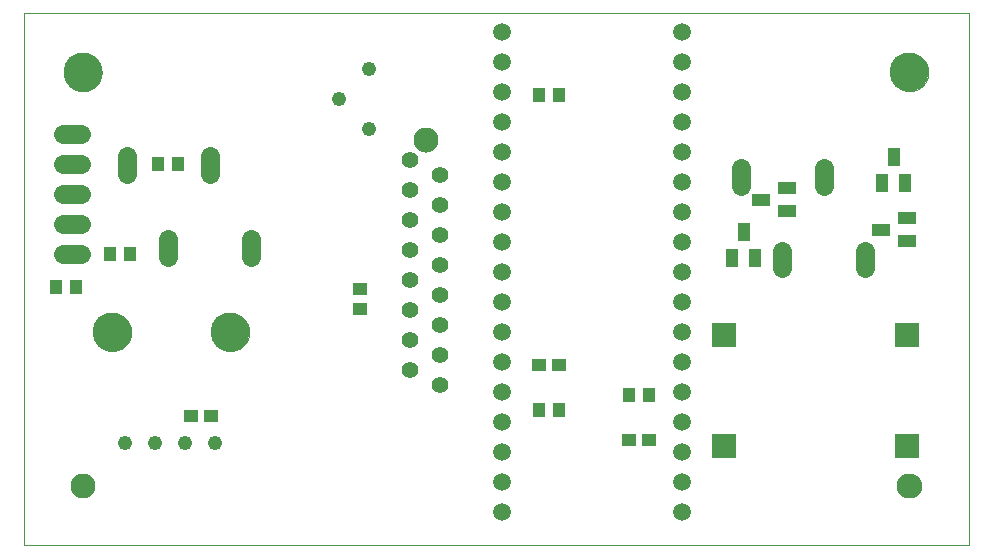
<source format=gbs>
G75*
%MOIN*%
%OFA0B0*%
%FSLAX25Y25*%
%IPPOS*%
%LPD*%
%AMOC8*
5,1,8,0,0,1.08239X$1,22.5*
%
%ADD10C,0.00000*%
%ADD11C,0.12998*%
%ADD12C,0.08274*%
%ADD13C,0.05943*%
%ADD14C,0.04762*%
%ADD15R,0.04337X0.04731*%
%ADD16R,0.04731X0.04337*%
%ADD17R,0.05912X0.04337*%
%ADD18R,0.04337X0.05912*%
%ADD19C,0.05600*%
%ADD20C,0.04800*%
%ADD21C,0.06337*%
%ADD22R,0.08274X0.08274*%
%ADD23C,0.06400*%
D10*
X0010673Y0006013D02*
X0010673Y0183178D01*
X0325634Y0183178D01*
X0325634Y0006013D01*
X0010673Y0006013D01*
X0026421Y0025698D02*
X0026423Y0025823D01*
X0026429Y0025948D01*
X0026439Y0026072D01*
X0026453Y0026196D01*
X0026470Y0026320D01*
X0026492Y0026443D01*
X0026518Y0026565D01*
X0026547Y0026687D01*
X0026580Y0026807D01*
X0026618Y0026926D01*
X0026658Y0027045D01*
X0026703Y0027161D01*
X0026751Y0027276D01*
X0026803Y0027390D01*
X0026859Y0027502D01*
X0026918Y0027612D01*
X0026980Y0027720D01*
X0027046Y0027827D01*
X0027115Y0027931D01*
X0027188Y0028032D01*
X0027263Y0028132D01*
X0027342Y0028229D01*
X0027424Y0028323D01*
X0027509Y0028415D01*
X0027596Y0028504D01*
X0027687Y0028590D01*
X0027780Y0028673D01*
X0027876Y0028754D01*
X0027974Y0028831D01*
X0028074Y0028905D01*
X0028177Y0028976D01*
X0028282Y0029043D01*
X0028390Y0029108D01*
X0028499Y0029168D01*
X0028610Y0029226D01*
X0028723Y0029279D01*
X0028837Y0029329D01*
X0028953Y0029376D01*
X0029070Y0029418D01*
X0029189Y0029457D01*
X0029309Y0029493D01*
X0029430Y0029524D01*
X0029552Y0029552D01*
X0029674Y0029575D01*
X0029798Y0029595D01*
X0029922Y0029611D01*
X0030046Y0029623D01*
X0030171Y0029631D01*
X0030296Y0029635D01*
X0030420Y0029635D01*
X0030545Y0029631D01*
X0030670Y0029623D01*
X0030794Y0029611D01*
X0030918Y0029595D01*
X0031042Y0029575D01*
X0031164Y0029552D01*
X0031286Y0029524D01*
X0031407Y0029493D01*
X0031527Y0029457D01*
X0031646Y0029418D01*
X0031763Y0029376D01*
X0031879Y0029329D01*
X0031993Y0029279D01*
X0032106Y0029226D01*
X0032217Y0029168D01*
X0032327Y0029108D01*
X0032434Y0029043D01*
X0032539Y0028976D01*
X0032642Y0028905D01*
X0032742Y0028831D01*
X0032840Y0028754D01*
X0032936Y0028673D01*
X0033029Y0028590D01*
X0033120Y0028504D01*
X0033207Y0028415D01*
X0033292Y0028323D01*
X0033374Y0028229D01*
X0033453Y0028132D01*
X0033528Y0028032D01*
X0033601Y0027931D01*
X0033670Y0027827D01*
X0033736Y0027720D01*
X0033798Y0027612D01*
X0033857Y0027502D01*
X0033913Y0027390D01*
X0033965Y0027276D01*
X0034013Y0027161D01*
X0034058Y0027045D01*
X0034098Y0026926D01*
X0034136Y0026807D01*
X0034169Y0026687D01*
X0034198Y0026565D01*
X0034224Y0026443D01*
X0034246Y0026320D01*
X0034263Y0026196D01*
X0034277Y0026072D01*
X0034287Y0025948D01*
X0034293Y0025823D01*
X0034295Y0025698D01*
X0034293Y0025573D01*
X0034287Y0025448D01*
X0034277Y0025324D01*
X0034263Y0025200D01*
X0034246Y0025076D01*
X0034224Y0024953D01*
X0034198Y0024831D01*
X0034169Y0024709D01*
X0034136Y0024589D01*
X0034098Y0024470D01*
X0034058Y0024351D01*
X0034013Y0024235D01*
X0033965Y0024120D01*
X0033913Y0024006D01*
X0033857Y0023894D01*
X0033798Y0023784D01*
X0033736Y0023676D01*
X0033670Y0023569D01*
X0033601Y0023465D01*
X0033528Y0023364D01*
X0033453Y0023264D01*
X0033374Y0023167D01*
X0033292Y0023073D01*
X0033207Y0022981D01*
X0033120Y0022892D01*
X0033029Y0022806D01*
X0032936Y0022723D01*
X0032840Y0022642D01*
X0032742Y0022565D01*
X0032642Y0022491D01*
X0032539Y0022420D01*
X0032434Y0022353D01*
X0032326Y0022288D01*
X0032217Y0022228D01*
X0032106Y0022170D01*
X0031993Y0022117D01*
X0031879Y0022067D01*
X0031763Y0022020D01*
X0031646Y0021978D01*
X0031527Y0021939D01*
X0031407Y0021903D01*
X0031286Y0021872D01*
X0031164Y0021844D01*
X0031042Y0021821D01*
X0030918Y0021801D01*
X0030794Y0021785D01*
X0030670Y0021773D01*
X0030545Y0021765D01*
X0030420Y0021761D01*
X0030296Y0021761D01*
X0030171Y0021765D01*
X0030046Y0021773D01*
X0029922Y0021785D01*
X0029798Y0021801D01*
X0029674Y0021821D01*
X0029552Y0021844D01*
X0029430Y0021872D01*
X0029309Y0021903D01*
X0029189Y0021939D01*
X0029070Y0021978D01*
X0028953Y0022020D01*
X0028837Y0022067D01*
X0028723Y0022117D01*
X0028610Y0022170D01*
X0028499Y0022228D01*
X0028389Y0022288D01*
X0028282Y0022353D01*
X0028177Y0022420D01*
X0028074Y0022491D01*
X0027974Y0022565D01*
X0027876Y0022642D01*
X0027780Y0022723D01*
X0027687Y0022806D01*
X0027596Y0022892D01*
X0027509Y0022981D01*
X0027424Y0023073D01*
X0027342Y0023167D01*
X0027263Y0023264D01*
X0027188Y0023364D01*
X0027115Y0023465D01*
X0027046Y0023569D01*
X0026980Y0023676D01*
X0026918Y0023784D01*
X0026859Y0023894D01*
X0026803Y0024006D01*
X0026751Y0024120D01*
X0026703Y0024235D01*
X0026658Y0024351D01*
X0026618Y0024470D01*
X0026580Y0024589D01*
X0026547Y0024709D01*
X0026518Y0024831D01*
X0026492Y0024953D01*
X0026470Y0025076D01*
X0026453Y0025200D01*
X0026439Y0025324D01*
X0026429Y0025448D01*
X0026423Y0025573D01*
X0026421Y0025698D01*
X0033902Y0076879D02*
X0033904Y0077037D01*
X0033910Y0077195D01*
X0033920Y0077353D01*
X0033934Y0077511D01*
X0033952Y0077668D01*
X0033973Y0077825D01*
X0033999Y0077981D01*
X0034029Y0078137D01*
X0034062Y0078292D01*
X0034100Y0078445D01*
X0034141Y0078598D01*
X0034186Y0078750D01*
X0034235Y0078901D01*
X0034288Y0079050D01*
X0034344Y0079198D01*
X0034404Y0079344D01*
X0034468Y0079489D01*
X0034536Y0079632D01*
X0034607Y0079774D01*
X0034681Y0079914D01*
X0034759Y0080051D01*
X0034841Y0080187D01*
X0034925Y0080321D01*
X0035014Y0080452D01*
X0035105Y0080581D01*
X0035200Y0080708D01*
X0035297Y0080833D01*
X0035398Y0080955D01*
X0035502Y0081074D01*
X0035609Y0081191D01*
X0035719Y0081305D01*
X0035832Y0081416D01*
X0035947Y0081525D01*
X0036065Y0081630D01*
X0036186Y0081732D01*
X0036309Y0081832D01*
X0036435Y0081928D01*
X0036563Y0082021D01*
X0036693Y0082111D01*
X0036826Y0082197D01*
X0036961Y0082281D01*
X0037097Y0082360D01*
X0037236Y0082437D01*
X0037377Y0082509D01*
X0037519Y0082579D01*
X0037663Y0082644D01*
X0037809Y0082706D01*
X0037956Y0082764D01*
X0038105Y0082819D01*
X0038255Y0082870D01*
X0038406Y0082917D01*
X0038558Y0082960D01*
X0038711Y0082999D01*
X0038866Y0083035D01*
X0039021Y0083066D01*
X0039177Y0083094D01*
X0039333Y0083118D01*
X0039490Y0083138D01*
X0039648Y0083154D01*
X0039805Y0083166D01*
X0039964Y0083174D01*
X0040122Y0083178D01*
X0040280Y0083178D01*
X0040438Y0083174D01*
X0040597Y0083166D01*
X0040754Y0083154D01*
X0040912Y0083138D01*
X0041069Y0083118D01*
X0041225Y0083094D01*
X0041381Y0083066D01*
X0041536Y0083035D01*
X0041691Y0082999D01*
X0041844Y0082960D01*
X0041996Y0082917D01*
X0042147Y0082870D01*
X0042297Y0082819D01*
X0042446Y0082764D01*
X0042593Y0082706D01*
X0042739Y0082644D01*
X0042883Y0082579D01*
X0043025Y0082509D01*
X0043166Y0082437D01*
X0043305Y0082360D01*
X0043441Y0082281D01*
X0043576Y0082197D01*
X0043709Y0082111D01*
X0043839Y0082021D01*
X0043967Y0081928D01*
X0044093Y0081832D01*
X0044216Y0081732D01*
X0044337Y0081630D01*
X0044455Y0081525D01*
X0044570Y0081416D01*
X0044683Y0081305D01*
X0044793Y0081191D01*
X0044900Y0081074D01*
X0045004Y0080955D01*
X0045105Y0080833D01*
X0045202Y0080708D01*
X0045297Y0080581D01*
X0045388Y0080452D01*
X0045477Y0080321D01*
X0045561Y0080187D01*
X0045643Y0080051D01*
X0045721Y0079914D01*
X0045795Y0079774D01*
X0045866Y0079632D01*
X0045934Y0079489D01*
X0045998Y0079344D01*
X0046058Y0079198D01*
X0046114Y0079050D01*
X0046167Y0078901D01*
X0046216Y0078750D01*
X0046261Y0078598D01*
X0046302Y0078445D01*
X0046340Y0078292D01*
X0046373Y0078137D01*
X0046403Y0077981D01*
X0046429Y0077825D01*
X0046450Y0077668D01*
X0046468Y0077511D01*
X0046482Y0077353D01*
X0046492Y0077195D01*
X0046498Y0077037D01*
X0046500Y0076879D01*
X0046498Y0076721D01*
X0046492Y0076563D01*
X0046482Y0076405D01*
X0046468Y0076247D01*
X0046450Y0076090D01*
X0046429Y0075933D01*
X0046403Y0075777D01*
X0046373Y0075621D01*
X0046340Y0075466D01*
X0046302Y0075313D01*
X0046261Y0075160D01*
X0046216Y0075008D01*
X0046167Y0074857D01*
X0046114Y0074708D01*
X0046058Y0074560D01*
X0045998Y0074414D01*
X0045934Y0074269D01*
X0045866Y0074126D01*
X0045795Y0073984D01*
X0045721Y0073844D01*
X0045643Y0073707D01*
X0045561Y0073571D01*
X0045477Y0073437D01*
X0045388Y0073306D01*
X0045297Y0073177D01*
X0045202Y0073050D01*
X0045105Y0072925D01*
X0045004Y0072803D01*
X0044900Y0072684D01*
X0044793Y0072567D01*
X0044683Y0072453D01*
X0044570Y0072342D01*
X0044455Y0072233D01*
X0044337Y0072128D01*
X0044216Y0072026D01*
X0044093Y0071926D01*
X0043967Y0071830D01*
X0043839Y0071737D01*
X0043709Y0071647D01*
X0043576Y0071561D01*
X0043441Y0071477D01*
X0043305Y0071398D01*
X0043166Y0071321D01*
X0043025Y0071249D01*
X0042883Y0071179D01*
X0042739Y0071114D01*
X0042593Y0071052D01*
X0042446Y0070994D01*
X0042297Y0070939D01*
X0042147Y0070888D01*
X0041996Y0070841D01*
X0041844Y0070798D01*
X0041691Y0070759D01*
X0041536Y0070723D01*
X0041381Y0070692D01*
X0041225Y0070664D01*
X0041069Y0070640D01*
X0040912Y0070620D01*
X0040754Y0070604D01*
X0040597Y0070592D01*
X0040438Y0070584D01*
X0040280Y0070580D01*
X0040122Y0070580D01*
X0039964Y0070584D01*
X0039805Y0070592D01*
X0039648Y0070604D01*
X0039490Y0070620D01*
X0039333Y0070640D01*
X0039177Y0070664D01*
X0039021Y0070692D01*
X0038866Y0070723D01*
X0038711Y0070759D01*
X0038558Y0070798D01*
X0038406Y0070841D01*
X0038255Y0070888D01*
X0038105Y0070939D01*
X0037956Y0070994D01*
X0037809Y0071052D01*
X0037663Y0071114D01*
X0037519Y0071179D01*
X0037377Y0071249D01*
X0037236Y0071321D01*
X0037097Y0071398D01*
X0036961Y0071477D01*
X0036826Y0071561D01*
X0036693Y0071647D01*
X0036563Y0071737D01*
X0036435Y0071830D01*
X0036309Y0071926D01*
X0036186Y0072026D01*
X0036065Y0072128D01*
X0035947Y0072233D01*
X0035832Y0072342D01*
X0035719Y0072453D01*
X0035609Y0072567D01*
X0035502Y0072684D01*
X0035398Y0072803D01*
X0035297Y0072925D01*
X0035200Y0073050D01*
X0035105Y0073177D01*
X0035014Y0073306D01*
X0034925Y0073437D01*
X0034841Y0073571D01*
X0034759Y0073707D01*
X0034681Y0073844D01*
X0034607Y0073984D01*
X0034536Y0074126D01*
X0034468Y0074269D01*
X0034404Y0074414D01*
X0034344Y0074560D01*
X0034288Y0074708D01*
X0034235Y0074857D01*
X0034186Y0075008D01*
X0034141Y0075160D01*
X0034100Y0075313D01*
X0034062Y0075466D01*
X0034029Y0075621D01*
X0033999Y0075777D01*
X0033973Y0075933D01*
X0033952Y0076090D01*
X0033934Y0076247D01*
X0033920Y0076405D01*
X0033910Y0076563D01*
X0033904Y0076721D01*
X0033902Y0076879D01*
X0073272Y0076879D02*
X0073274Y0077037D01*
X0073280Y0077195D01*
X0073290Y0077353D01*
X0073304Y0077511D01*
X0073322Y0077668D01*
X0073343Y0077825D01*
X0073369Y0077981D01*
X0073399Y0078137D01*
X0073432Y0078292D01*
X0073470Y0078445D01*
X0073511Y0078598D01*
X0073556Y0078750D01*
X0073605Y0078901D01*
X0073658Y0079050D01*
X0073714Y0079198D01*
X0073774Y0079344D01*
X0073838Y0079489D01*
X0073906Y0079632D01*
X0073977Y0079774D01*
X0074051Y0079914D01*
X0074129Y0080051D01*
X0074211Y0080187D01*
X0074295Y0080321D01*
X0074384Y0080452D01*
X0074475Y0080581D01*
X0074570Y0080708D01*
X0074667Y0080833D01*
X0074768Y0080955D01*
X0074872Y0081074D01*
X0074979Y0081191D01*
X0075089Y0081305D01*
X0075202Y0081416D01*
X0075317Y0081525D01*
X0075435Y0081630D01*
X0075556Y0081732D01*
X0075679Y0081832D01*
X0075805Y0081928D01*
X0075933Y0082021D01*
X0076063Y0082111D01*
X0076196Y0082197D01*
X0076331Y0082281D01*
X0076467Y0082360D01*
X0076606Y0082437D01*
X0076747Y0082509D01*
X0076889Y0082579D01*
X0077033Y0082644D01*
X0077179Y0082706D01*
X0077326Y0082764D01*
X0077475Y0082819D01*
X0077625Y0082870D01*
X0077776Y0082917D01*
X0077928Y0082960D01*
X0078081Y0082999D01*
X0078236Y0083035D01*
X0078391Y0083066D01*
X0078547Y0083094D01*
X0078703Y0083118D01*
X0078860Y0083138D01*
X0079018Y0083154D01*
X0079175Y0083166D01*
X0079334Y0083174D01*
X0079492Y0083178D01*
X0079650Y0083178D01*
X0079808Y0083174D01*
X0079967Y0083166D01*
X0080124Y0083154D01*
X0080282Y0083138D01*
X0080439Y0083118D01*
X0080595Y0083094D01*
X0080751Y0083066D01*
X0080906Y0083035D01*
X0081061Y0082999D01*
X0081214Y0082960D01*
X0081366Y0082917D01*
X0081517Y0082870D01*
X0081667Y0082819D01*
X0081816Y0082764D01*
X0081963Y0082706D01*
X0082109Y0082644D01*
X0082253Y0082579D01*
X0082395Y0082509D01*
X0082536Y0082437D01*
X0082675Y0082360D01*
X0082811Y0082281D01*
X0082946Y0082197D01*
X0083079Y0082111D01*
X0083209Y0082021D01*
X0083337Y0081928D01*
X0083463Y0081832D01*
X0083586Y0081732D01*
X0083707Y0081630D01*
X0083825Y0081525D01*
X0083940Y0081416D01*
X0084053Y0081305D01*
X0084163Y0081191D01*
X0084270Y0081074D01*
X0084374Y0080955D01*
X0084475Y0080833D01*
X0084572Y0080708D01*
X0084667Y0080581D01*
X0084758Y0080452D01*
X0084847Y0080321D01*
X0084931Y0080187D01*
X0085013Y0080051D01*
X0085091Y0079914D01*
X0085165Y0079774D01*
X0085236Y0079632D01*
X0085304Y0079489D01*
X0085368Y0079344D01*
X0085428Y0079198D01*
X0085484Y0079050D01*
X0085537Y0078901D01*
X0085586Y0078750D01*
X0085631Y0078598D01*
X0085672Y0078445D01*
X0085710Y0078292D01*
X0085743Y0078137D01*
X0085773Y0077981D01*
X0085799Y0077825D01*
X0085820Y0077668D01*
X0085838Y0077511D01*
X0085852Y0077353D01*
X0085862Y0077195D01*
X0085868Y0077037D01*
X0085870Y0076879D01*
X0085868Y0076721D01*
X0085862Y0076563D01*
X0085852Y0076405D01*
X0085838Y0076247D01*
X0085820Y0076090D01*
X0085799Y0075933D01*
X0085773Y0075777D01*
X0085743Y0075621D01*
X0085710Y0075466D01*
X0085672Y0075313D01*
X0085631Y0075160D01*
X0085586Y0075008D01*
X0085537Y0074857D01*
X0085484Y0074708D01*
X0085428Y0074560D01*
X0085368Y0074414D01*
X0085304Y0074269D01*
X0085236Y0074126D01*
X0085165Y0073984D01*
X0085091Y0073844D01*
X0085013Y0073707D01*
X0084931Y0073571D01*
X0084847Y0073437D01*
X0084758Y0073306D01*
X0084667Y0073177D01*
X0084572Y0073050D01*
X0084475Y0072925D01*
X0084374Y0072803D01*
X0084270Y0072684D01*
X0084163Y0072567D01*
X0084053Y0072453D01*
X0083940Y0072342D01*
X0083825Y0072233D01*
X0083707Y0072128D01*
X0083586Y0072026D01*
X0083463Y0071926D01*
X0083337Y0071830D01*
X0083209Y0071737D01*
X0083079Y0071647D01*
X0082946Y0071561D01*
X0082811Y0071477D01*
X0082675Y0071398D01*
X0082536Y0071321D01*
X0082395Y0071249D01*
X0082253Y0071179D01*
X0082109Y0071114D01*
X0081963Y0071052D01*
X0081816Y0070994D01*
X0081667Y0070939D01*
X0081517Y0070888D01*
X0081366Y0070841D01*
X0081214Y0070798D01*
X0081061Y0070759D01*
X0080906Y0070723D01*
X0080751Y0070692D01*
X0080595Y0070664D01*
X0080439Y0070640D01*
X0080282Y0070620D01*
X0080124Y0070604D01*
X0079967Y0070592D01*
X0079808Y0070584D01*
X0079650Y0070580D01*
X0079492Y0070580D01*
X0079334Y0070584D01*
X0079175Y0070592D01*
X0079018Y0070604D01*
X0078860Y0070620D01*
X0078703Y0070640D01*
X0078547Y0070664D01*
X0078391Y0070692D01*
X0078236Y0070723D01*
X0078081Y0070759D01*
X0077928Y0070798D01*
X0077776Y0070841D01*
X0077625Y0070888D01*
X0077475Y0070939D01*
X0077326Y0070994D01*
X0077179Y0071052D01*
X0077033Y0071114D01*
X0076889Y0071179D01*
X0076747Y0071249D01*
X0076606Y0071321D01*
X0076467Y0071398D01*
X0076331Y0071477D01*
X0076196Y0071561D01*
X0076063Y0071647D01*
X0075933Y0071737D01*
X0075805Y0071830D01*
X0075679Y0071926D01*
X0075556Y0072026D01*
X0075435Y0072128D01*
X0075317Y0072233D01*
X0075202Y0072342D01*
X0075089Y0072453D01*
X0074979Y0072567D01*
X0074872Y0072684D01*
X0074768Y0072803D01*
X0074667Y0072925D01*
X0074570Y0073050D01*
X0074475Y0073177D01*
X0074384Y0073306D01*
X0074295Y0073437D01*
X0074211Y0073571D01*
X0074129Y0073707D01*
X0074051Y0073844D01*
X0073977Y0073984D01*
X0073906Y0074126D01*
X0073838Y0074269D01*
X0073774Y0074414D01*
X0073714Y0074560D01*
X0073658Y0074708D01*
X0073605Y0074857D01*
X0073556Y0075008D01*
X0073511Y0075160D01*
X0073470Y0075313D01*
X0073432Y0075466D01*
X0073399Y0075621D01*
X0073369Y0075777D01*
X0073343Y0075933D01*
X0073322Y0076090D01*
X0073304Y0076247D01*
X0073290Y0076405D01*
X0073280Y0076563D01*
X0073274Y0076721D01*
X0073272Y0076879D01*
X0140736Y0141013D02*
X0140738Y0141138D01*
X0140744Y0141263D01*
X0140754Y0141387D01*
X0140768Y0141511D01*
X0140785Y0141635D01*
X0140807Y0141758D01*
X0140833Y0141880D01*
X0140862Y0142002D01*
X0140895Y0142122D01*
X0140933Y0142241D01*
X0140973Y0142360D01*
X0141018Y0142476D01*
X0141066Y0142591D01*
X0141118Y0142705D01*
X0141174Y0142817D01*
X0141233Y0142927D01*
X0141295Y0143035D01*
X0141361Y0143142D01*
X0141430Y0143246D01*
X0141503Y0143347D01*
X0141578Y0143447D01*
X0141657Y0143544D01*
X0141739Y0143638D01*
X0141824Y0143730D01*
X0141911Y0143819D01*
X0142002Y0143905D01*
X0142095Y0143988D01*
X0142191Y0144069D01*
X0142289Y0144146D01*
X0142389Y0144220D01*
X0142492Y0144291D01*
X0142597Y0144358D01*
X0142705Y0144423D01*
X0142814Y0144483D01*
X0142925Y0144541D01*
X0143038Y0144594D01*
X0143152Y0144644D01*
X0143268Y0144691D01*
X0143385Y0144733D01*
X0143504Y0144772D01*
X0143624Y0144808D01*
X0143745Y0144839D01*
X0143867Y0144867D01*
X0143989Y0144890D01*
X0144113Y0144910D01*
X0144237Y0144926D01*
X0144361Y0144938D01*
X0144486Y0144946D01*
X0144611Y0144950D01*
X0144735Y0144950D01*
X0144860Y0144946D01*
X0144985Y0144938D01*
X0145109Y0144926D01*
X0145233Y0144910D01*
X0145357Y0144890D01*
X0145479Y0144867D01*
X0145601Y0144839D01*
X0145722Y0144808D01*
X0145842Y0144772D01*
X0145961Y0144733D01*
X0146078Y0144691D01*
X0146194Y0144644D01*
X0146308Y0144594D01*
X0146421Y0144541D01*
X0146532Y0144483D01*
X0146642Y0144423D01*
X0146749Y0144358D01*
X0146854Y0144291D01*
X0146957Y0144220D01*
X0147057Y0144146D01*
X0147155Y0144069D01*
X0147251Y0143988D01*
X0147344Y0143905D01*
X0147435Y0143819D01*
X0147522Y0143730D01*
X0147607Y0143638D01*
X0147689Y0143544D01*
X0147768Y0143447D01*
X0147843Y0143347D01*
X0147916Y0143246D01*
X0147985Y0143142D01*
X0148051Y0143035D01*
X0148113Y0142927D01*
X0148172Y0142817D01*
X0148228Y0142705D01*
X0148280Y0142591D01*
X0148328Y0142476D01*
X0148373Y0142360D01*
X0148413Y0142241D01*
X0148451Y0142122D01*
X0148484Y0142002D01*
X0148513Y0141880D01*
X0148539Y0141758D01*
X0148561Y0141635D01*
X0148578Y0141511D01*
X0148592Y0141387D01*
X0148602Y0141263D01*
X0148608Y0141138D01*
X0148610Y0141013D01*
X0148608Y0140888D01*
X0148602Y0140763D01*
X0148592Y0140639D01*
X0148578Y0140515D01*
X0148561Y0140391D01*
X0148539Y0140268D01*
X0148513Y0140146D01*
X0148484Y0140024D01*
X0148451Y0139904D01*
X0148413Y0139785D01*
X0148373Y0139666D01*
X0148328Y0139550D01*
X0148280Y0139435D01*
X0148228Y0139321D01*
X0148172Y0139209D01*
X0148113Y0139099D01*
X0148051Y0138991D01*
X0147985Y0138884D01*
X0147916Y0138780D01*
X0147843Y0138679D01*
X0147768Y0138579D01*
X0147689Y0138482D01*
X0147607Y0138388D01*
X0147522Y0138296D01*
X0147435Y0138207D01*
X0147344Y0138121D01*
X0147251Y0138038D01*
X0147155Y0137957D01*
X0147057Y0137880D01*
X0146957Y0137806D01*
X0146854Y0137735D01*
X0146749Y0137668D01*
X0146641Y0137603D01*
X0146532Y0137543D01*
X0146421Y0137485D01*
X0146308Y0137432D01*
X0146194Y0137382D01*
X0146078Y0137335D01*
X0145961Y0137293D01*
X0145842Y0137254D01*
X0145722Y0137218D01*
X0145601Y0137187D01*
X0145479Y0137159D01*
X0145357Y0137136D01*
X0145233Y0137116D01*
X0145109Y0137100D01*
X0144985Y0137088D01*
X0144860Y0137080D01*
X0144735Y0137076D01*
X0144611Y0137076D01*
X0144486Y0137080D01*
X0144361Y0137088D01*
X0144237Y0137100D01*
X0144113Y0137116D01*
X0143989Y0137136D01*
X0143867Y0137159D01*
X0143745Y0137187D01*
X0143624Y0137218D01*
X0143504Y0137254D01*
X0143385Y0137293D01*
X0143268Y0137335D01*
X0143152Y0137382D01*
X0143038Y0137432D01*
X0142925Y0137485D01*
X0142814Y0137543D01*
X0142704Y0137603D01*
X0142597Y0137668D01*
X0142492Y0137735D01*
X0142389Y0137806D01*
X0142289Y0137880D01*
X0142191Y0137957D01*
X0142095Y0138038D01*
X0142002Y0138121D01*
X0141911Y0138207D01*
X0141824Y0138296D01*
X0141739Y0138388D01*
X0141657Y0138482D01*
X0141578Y0138579D01*
X0141503Y0138679D01*
X0141430Y0138780D01*
X0141361Y0138884D01*
X0141295Y0138991D01*
X0141233Y0139099D01*
X0141174Y0139209D01*
X0141118Y0139321D01*
X0141066Y0139435D01*
X0141018Y0139550D01*
X0140973Y0139666D01*
X0140933Y0139785D01*
X0140895Y0139904D01*
X0140862Y0140024D01*
X0140833Y0140146D01*
X0140807Y0140268D01*
X0140785Y0140391D01*
X0140768Y0140515D01*
X0140754Y0140639D01*
X0140744Y0140763D01*
X0140738Y0140888D01*
X0140736Y0141013D01*
X0024059Y0163493D02*
X0024061Y0163651D01*
X0024067Y0163809D01*
X0024077Y0163967D01*
X0024091Y0164125D01*
X0024109Y0164282D01*
X0024130Y0164439D01*
X0024156Y0164595D01*
X0024186Y0164751D01*
X0024219Y0164906D01*
X0024257Y0165059D01*
X0024298Y0165212D01*
X0024343Y0165364D01*
X0024392Y0165515D01*
X0024445Y0165664D01*
X0024501Y0165812D01*
X0024561Y0165958D01*
X0024625Y0166103D01*
X0024693Y0166246D01*
X0024764Y0166388D01*
X0024838Y0166528D01*
X0024916Y0166665D01*
X0024998Y0166801D01*
X0025082Y0166935D01*
X0025171Y0167066D01*
X0025262Y0167195D01*
X0025357Y0167322D01*
X0025454Y0167447D01*
X0025555Y0167569D01*
X0025659Y0167688D01*
X0025766Y0167805D01*
X0025876Y0167919D01*
X0025989Y0168030D01*
X0026104Y0168139D01*
X0026222Y0168244D01*
X0026343Y0168346D01*
X0026466Y0168446D01*
X0026592Y0168542D01*
X0026720Y0168635D01*
X0026850Y0168725D01*
X0026983Y0168811D01*
X0027118Y0168895D01*
X0027254Y0168974D01*
X0027393Y0169051D01*
X0027534Y0169123D01*
X0027676Y0169193D01*
X0027820Y0169258D01*
X0027966Y0169320D01*
X0028113Y0169378D01*
X0028262Y0169433D01*
X0028412Y0169484D01*
X0028563Y0169531D01*
X0028715Y0169574D01*
X0028868Y0169613D01*
X0029023Y0169649D01*
X0029178Y0169680D01*
X0029334Y0169708D01*
X0029490Y0169732D01*
X0029647Y0169752D01*
X0029805Y0169768D01*
X0029962Y0169780D01*
X0030121Y0169788D01*
X0030279Y0169792D01*
X0030437Y0169792D01*
X0030595Y0169788D01*
X0030754Y0169780D01*
X0030911Y0169768D01*
X0031069Y0169752D01*
X0031226Y0169732D01*
X0031382Y0169708D01*
X0031538Y0169680D01*
X0031693Y0169649D01*
X0031848Y0169613D01*
X0032001Y0169574D01*
X0032153Y0169531D01*
X0032304Y0169484D01*
X0032454Y0169433D01*
X0032603Y0169378D01*
X0032750Y0169320D01*
X0032896Y0169258D01*
X0033040Y0169193D01*
X0033182Y0169123D01*
X0033323Y0169051D01*
X0033462Y0168974D01*
X0033598Y0168895D01*
X0033733Y0168811D01*
X0033866Y0168725D01*
X0033996Y0168635D01*
X0034124Y0168542D01*
X0034250Y0168446D01*
X0034373Y0168346D01*
X0034494Y0168244D01*
X0034612Y0168139D01*
X0034727Y0168030D01*
X0034840Y0167919D01*
X0034950Y0167805D01*
X0035057Y0167688D01*
X0035161Y0167569D01*
X0035262Y0167447D01*
X0035359Y0167322D01*
X0035454Y0167195D01*
X0035545Y0167066D01*
X0035634Y0166935D01*
X0035718Y0166801D01*
X0035800Y0166665D01*
X0035878Y0166528D01*
X0035952Y0166388D01*
X0036023Y0166246D01*
X0036091Y0166103D01*
X0036155Y0165958D01*
X0036215Y0165812D01*
X0036271Y0165664D01*
X0036324Y0165515D01*
X0036373Y0165364D01*
X0036418Y0165212D01*
X0036459Y0165059D01*
X0036497Y0164906D01*
X0036530Y0164751D01*
X0036560Y0164595D01*
X0036586Y0164439D01*
X0036607Y0164282D01*
X0036625Y0164125D01*
X0036639Y0163967D01*
X0036649Y0163809D01*
X0036655Y0163651D01*
X0036657Y0163493D01*
X0036655Y0163335D01*
X0036649Y0163177D01*
X0036639Y0163019D01*
X0036625Y0162861D01*
X0036607Y0162704D01*
X0036586Y0162547D01*
X0036560Y0162391D01*
X0036530Y0162235D01*
X0036497Y0162080D01*
X0036459Y0161927D01*
X0036418Y0161774D01*
X0036373Y0161622D01*
X0036324Y0161471D01*
X0036271Y0161322D01*
X0036215Y0161174D01*
X0036155Y0161028D01*
X0036091Y0160883D01*
X0036023Y0160740D01*
X0035952Y0160598D01*
X0035878Y0160458D01*
X0035800Y0160321D01*
X0035718Y0160185D01*
X0035634Y0160051D01*
X0035545Y0159920D01*
X0035454Y0159791D01*
X0035359Y0159664D01*
X0035262Y0159539D01*
X0035161Y0159417D01*
X0035057Y0159298D01*
X0034950Y0159181D01*
X0034840Y0159067D01*
X0034727Y0158956D01*
X0034612Y0158847D01*
X0034494Y0158742D01*
X0034373Y0158640D01*
X0034250Y0158540D01*
X0034124Y0158444D01*
X0033996Y0158351D01*
X0033866Y0158261D01*
X0033733Y0158175D01*
X0033598Y0158091D01*
X0033462Y0158012D01*
X0033323Y0157935D01*
X0033182Y0157863D01*
X0033040Y0157793D01*
X0032896Y0157728D01*
X0032750Y0157666D01*
X0032603Y0157608D01*
X0032454Y0157553D01*
X0032304Y0157502D01*
X0032153Y0157455D01*
X0032001Y0157412D01*
X0031848Y0157373D01*
X0031693Y0157337D01*
X0031538Y0157306D01*
X0031382Y0157278D01*
X0031226Y0157254D01*
X0031069Y0157234D01*
X0030911Y0157218D01*
X0030754Y0157206D01*
X0030595Y0157198D01*
X0030437Y0157194D01*
X0030279Y0157194D01*
X0030121Y0157198D01*
X0029962Y0157206D01*
X0029805Y0157218D01*
X0029647Y0157234D01*
X0029490Y0157254D01*
X0029334Y0157278D01*
X0029178Y0157306D01*
X0029023Y0157337D01*
X0028868Y0157373D01*
X0028715Y0157412D01*
X0028563Y0157455D01*
X0028412Y0157502D01*
X0028262Y0157553D01*
X0028113Y0157608D01*
X0027966Y0157666D01*
X0027820Y0157728D01*
X0027676Y0157793D01*
X0027534Y0157863D01*
X0027393Y0157935D01*
X0027254Y0158012D01*
X0027118Y0158091D01*
X0026983Y0158175D01*
X0026850Y0158261D01*
X0026720Y0158351D01*
X0026592Y0158444D01*
X0026466Y0158540D01*
X0026343Y0158640D01*
X0026222Y0158742D01*
X0026104Y0158847D01*
X0025989Y0158956D01*
X0025876Y0159067D01*
X0025766Y0159181D01*
X0025659Y0159298D01*
X0025555Y0159417D01*
X0025454Y0159539D01*
X0025357Y0159664D01*
X0025262Y0159791D01*
X0025171Y0159920D01*
X0025082Y0160051D01*
X0024998Y0160185D01*
X0024916Y0160321D01*
X0024838Y0160458D01*
X0024764Y0160598D01*
X0024693Y0160740D01*
X0024625Y0160883D01*
X0024561Y0161028D01*
X0024501Y0161174D01*
X0024445Y0161322D01*
X0024392Y0161471D01*
X0024343Y0161622D01*
X0024298Y0161774D01*
X0024257Y0161927D01*
X0024219Y0162080D01*
X0024186Y0162235D01*
X0024156Y0162391D01*
X0024130Y0162547D01*
X0024109Y0162704D01*
X0024091Y0162861D01*
X0024077Y0163019D01*
X0024067Y0163177D01*
X0024061Y0163335D01*
X0024059Y0163493D01*
X0299650Y0163493D02*
X0299652Y0163651D01*
X0299658Y0163809D01*
X0299668Y0163967D01*
X0299682Y0164125D01*
X0299700Y0164282D01*
X0299721Y0164439D01*
X0299747Y0164595D01*
X0299777Y0164751D01*
X0299810Y0164906D01*
X0299848Y0165059D01*
X0299889Y0165212D01*
X0299934Y0165364D01*
X0299983Y0165515D01*
X0300036Y0165664D01*
X0300092Y0165812D01*
X0300152Y0165958D01*
X0300216Y0166103D01*
X0300284Y0166246D01*
X0300355Y0166388D01*
X0300429Y0166528D01*
X0300507Y0166665D01*
X0300589Y0166801D01*
X0300673Y0166935D01*
X0300762Y0167066D01*
X0300853Y0167195D01*
X0300948Y0167322D01*
X0301045Y0167447D01*
X0301146Y0167569D01*
X0301250Y0167688D01*
X0301357Y0167805D01*
X0301467Y0167919D01*
X0301580Y0168030D01*
X0301695Y0168139D01*
X0301813Y0168244D01*
X0301934Y0168346D01*
X0302057Y0168446D01*
X0302183Y0168542D01*
X0302311Y0168635D01*
X0302441Y0168725D01*
X0302574Y0168811D01*
X0302709Y0168895D01*
X0302845Y0168974D01*
X0302984Y0169051D01*
X0303125Y0169123D01*
X0303267Y0169193D01*
X0303411Y0169258D01*
X0303557Y0169320D01*
X0303704Y0169378D01*
X0303853Y0169433D01*
X0304003Y0169484D01*
X0304154Y0169531D01*
X0304306Y0169574D01*
X0304459Y0169613D01*
X0304614Y0169649D01*
X0304769Y0169680D01*
X0304925Y0169708D01*
X0305081Y0169732D01*
X0305238Y0169752D01*
X0305396Y0169768D01*
X0305553Y0169780D01*
X0305712Y0169788D01*
X0305870Y0169792D01*
X0306028Y0169792D01*
X0306186Y0169788D01*
X0306345Y0169780D01*
X0306502Y0169768D01*
X0306660Y0169752D01*
X0306817Y0169732D01*
X0306973Y0169708D01*
X0307129Y0169680D01*
X0307284Y0169649D01*
X0307439Y0169613D01*
X0307592Y0169574D01*
X0307744Y0169531D01*
X0307895Y0169484D01*
X0308045Y0169433D01*
X0308194Y0169378D01*
X0308341Y0169320D01*
X0308487Y0169258D01*
X0308631Y0169193D01*
X0308773Y0169123D01*
X0308914Y0169051D01*
X0309053Y0168974D01*
X0309189Y0168895D01*
X0309324Y0168811D01*
X0309457Y0168725D01*
X0309587Y0168635D01*
X0309715Y0168542D01*
X0309841Y0168446D01*
X0309964Y0168346D01*
X0310085Y0168244D01*
X0310203Y0168139D01*
X0310318Y0168030D01*
X0310431Y0167919D01*
X0310541Y0167805D01*
X0310648Y0167688D01*
X0310752Y0167569D01*
X0310853Y0167447D01*
X0310950Y0167322D01*
X0311045Y0167195D01*
X0311136Y0167066D01*
X0311225Y0166935D01*
X0311309Y0166801D01*
X0311391Y0166665D01*
X0311469Y0166528D01*
X0311543Y0166388D01*
X0311614Y0166246D01*
X0311682Y0166103D01*
X0311746Y0165958D01*
X0311806Y0165812D01*
X0311862Y0165664D01*
X0311915Y0165515D01*
X0311964Y0165364D01*
X0312009Y0165212D01*
X0312050Y0165059D01*
X0312088Y0164906D01*
X0312121Y0164751D01*
X0312151Y0164595D01*
X0312177Y0164439D01*
X0312198Y0164282D01*
X0312216Y0164125D01*
X0312230Y0163967D01*
X0312240Y0163809D01*
X0312246Y0163651D01*
X0312248Y0163493D01*
X0312246Y0163335D01*
X0312240Y0163177D01*
X0312230Y0163019D01*
X0312216Y0162861D01*
X0312198Y0162704D01*
X0312177Y0162547D01*
X0312151Y0162391D01*
X0312121Y0162235D01*
X0312088Y0162080D01*
X0312050Y0161927D01*
X0312009Y0161774D01*
X0311964Y0161622D01*
X0311915Y0161471D01*
X0311862Y0161322D01*
X0311806Y0161174D01*
X0311746Y0161028D01*
X0311682Y0160883D01*
X0311614Y0160740D01*
X0311543Y0160598D01*
X0311469Y0160458D01*
X0311391Y0160321D01*
X0311309Y0160185D01*
X0311225Y0160051D01*
X0311136Y0159920D01*
X0311045Y0159791D01*
X0310950Y0159664D01*
X0310853Y0159539D01*
X0310752Y0159417D01*
X0310648Y0159298D01*
X0310541Y0159181D01*
X0310431Y0159067D01*
X0310318Y0158956D01*
X0310203Y0158847D01*
X0310085Y0158742D01*
X0309964Y0158640D01*
X0309841Y0158540D01*
X0309715Y0158444D01*
X0309587Y0158351D01*
X0309457Y0158261D01*
X0309324Y0158175D01*
X0309189Y0158091D01*
X0309053Y0158012D01*
X0308914Y0157935D01*
X0308773Y0157863D01*
X0308631Y0157793D01*
X0308487Y0157728D01*
X0308341Y0157666D01*
X0308194Y0157608D01*
X0308045Y0157553D01*
X0307895Y0157502D01*
X0307744Y0157455D01*
X0307592Y0157412D01*
X0307439Y0157373D01*
X0307284Y0157337D01*
X0307129Y0157306D01*
X0306973Y0157278D01*
X0306817Y0157254D01*
X0306660Y0157234D01*
X0306502Y0157218D01*
X0306345Y0157206D01*
X0306186Y0157198D01*
X0306028Y0157194D01*
X0305870Y0157194D01*
X0305712Y0157198D01*
X0305553Y0157206D01*
X0305396Y0157218D01*
X0305238Y0157234D01*
X0305081Y0157254D01*
X0304925Y0157278D01*
X0304769Y0157306D01*
X0304614Y0157337D01*
X0304459Y0157373D01*
X0304306Y0157412D01*
X0304154Y0157455D01*
X0304003Y0157502D01*
X0303853Y0157553D01*
X0303704Y0157608D01*
X0303557Y0157666D01*
X0303411Y0157728D01*
X0303267Y0157793D01*
X0303125Y0157863D01*
X0302984Y0157935D01*
X0302845Y0158012D01*
X0302709Y0158091D01*
X0302574Y0158175D01*
X0302441Y0158261D01*
X0302311Y0158351D01*
X0302183Y0158444D01*
X0302057Y0158540D01*
X0301934Y0158640D01*
X0301813Y0158742D01*
X0301695Y0158847D01*
X0301580Y0158956D01*
X0301467Y0159067D01*
X0301357Y0159181D01*
X0301250Y0159298D01*
X0301146Y0159417D01*
X0301045Y0159539D01*
X0300948Y0159664D01*
X0300853Y0159791D01*
X0300762Y0159920D01*
X0300673Y0160051D01*
X0300589Y0160185D01*
X0300507Y0160321D01*
X0300429Y0160458D01*
X0300355Y0160598D01*
X0300284Y0160740D01*
X0300216Y0160883D01*
X0300152Y0161028D01*
X0300092Y0161174D01*
X0300036Y0161322D01*
X0299983Y0161471D01*
X0299934Y0161622D01*
X0299889Y0161774D01*
X0299848Y0161927D01*
X0299810Y0162080D01*
X0299777Y0162235D01*
X0299747Y0162391D01*
X0299721Y0162547D01*
X0299700Y0162704D01*
X0299682Y0162861D01*
X0299668Y0163019D01*
X0299658Y0163177D01*
X0299652Y0163335D01*
X0299650Y0163493D01*
X0302012Y0025698D02*
X0302014Y0025823D01*
X0302020Y0025948D01*
X0302030Y0026072D01*
X0302044Y0026196D01*
X0302061Y0026320D01*
X0302083Y0026443D01*
X0302109Y0026565D01*
X0302138Y0026687D01*
X0302171Y0026807D01*
X0302209Y0026926D01*
X0302249Y0027045D01*
X0302294Y0027161D01*
X0302342Y0027276D01*
X0302394Y0027390D01*
X0302450Y0027502D01*
X0302509Y0027612D01*
X0302571Y0027720D01*
X0302637Y0027827D01*
X0302706Y0027931D01*
X0302779Y0028032D01*
X0302854Y0028132D01*
X0302933Y0028229D01*
X0303015Y0028323D01*
X0303100Y0028415D01*
X0303187Y0028504D01*
X0303278Y0028590D01*
X0303371Y0028673D01*
X0303467Y0028754D01*
X0303565Y0028831D01*
X0303665Y0028905D01*
X0303768Y0028976D01*
X0303873Y0029043D01*
X0303981Y0029108D01*
X0304090Y0029168D01*
X0304201Y0029226D01*
X0304314Y0029279D01*
X0304428Y0029329D01*
X0304544Y0029376D01*
X0304661Y0029418D01*
X0304780Y0029457D01*
X0304900Y0029493D01*
X0305021Y0029524D01*
X0305143Y0029552D01*
X0305265Y0029575D01*
X0305389Y0029595D01*
X0305513Y0029611D01*
X0305637Y0029623D01*
X0305762Y0029631D01*
X0305887Y0029635D01*
X0306011Y0029635D01*
X0306136Y0029631D01*
X0306261Y0029623D01*
X0306385Y0029611D01*
X0306509Y0029595D01*
X0306633Y0029575D01*
X0306755Y0029552D01*
X0306877Y0029524D01*
X0306998Y0029493D01*
X0307118Y0029457D01*
X0307237Y0029418D01*
X0307354Y0029376D01*
X0307470Y0029329D01*
X0307584Y0029279D01*
X0307697Y0029226D01*
X0307808Y0029168D01*
X0307918Y0029108D01*
X0308025Y0029043D01*
X0308130Y0028976D01*
X0308233Y0028905D01*
X0308333Y0028831D01*
X0308431Y0028754D01*
X0308527Y0028673D01*
X0308620Y0028590D01*
X0308711Y0028504D01*
X0308798Y0028415D01*
X0308883Y0028323D01*
X0308965Y0028229D01*
X0309044Y0028132D01*
X0309119Y0028032D01*
X0309192Y0027931D01*
X0309261Y0027827D01*
X0309327Y0027720D01*
X0309389Y0027612D01*
X0309448Y0027502D01*
X0309504Y0027390D01*
X0309556Y0027276D01*
X0309604Y0027161D01*
X0309649Y0027045D01*
X0309689Y0026926D01*
X0309727Y0026807D01*
X0309760Y0026687D01*
X0309789Y0026565D01*
X0309815Y0026443D01*
X0309837Y0026320D01*
X0309854Y0026196D01*
X0309868Y0026072D01*
X0309878Y0025948D01*
X0309884Y0025823D01*
X0309886Y0025698D01*
X0309884Y0025573D01*
X0309878Y0025448D01*
X0309868Y0025324D01*
X0309854Y0025200D01*
X0309837Y0025076D01*
X0309815Y0024953D01*
X0309789Y0024831D01*
X0309760Y0024709D01*
X0309727Y0024589D01*
X0309689Y0024470D01*
X0309649Y0024351D01*
X0309604Y0024235D01*
X0309556Y0024120D01*
X0309504Y0024006D01*
X0309448Y0023894D01*
X0309389Y0023784D01*
X0309327Y0023676D01*
X0309261Y0023569D01*
X0309192Y0023465D01*
X0309119Y0023364D01*
X0309044Y0023264D01*
X0308965Y0023167D01*
X0308883Y0023073D01*
X0308798Y0022981D01*
X0308711Y0022892D01*
X0308620Y0022806D01*
X0308527Y0022723D01*
X0308431Y0022642D01*
X0308333Y0022565D01*
X0308233Y0022491D01*
X0308130Y0022420D01*
X0308025Y0022353D01*
X0307917Y0022288D01*
X0307808Y0022228D01*
X0307697Y0022170D01*
X0307584Y0022117D01*
X0307470Y0022067D01*
X0307354Y0022020D01*
X0307237Y0021978D01*
X0307118Y0021939D01*
X0306998Y0021903D01*
X0306877Y0021872D01*
X0306755Y0021844D01*
X0306633Y0021821D01*
X0306509Y0021801D01*
X0306385Y0021785D01*
X0306261Y0021773D01*
X0306136Y0021765D01*
X0306011Y0021761D01*
X0305887Y0021761D01*
X0305762Y0021765D01*
X0305637Y0021773D01*
X0305513Y0021785D01*
X0305389Y0021801D01*
X0305265Y0021821D01*
X0305143Y0021844D01*
X0305021Y0021872D01*
X0304900Y0021903D01*
X0304780Y0021939D01*
X0304661Y0021978D01*
X0304544Y0022020D01*
X0304428Y0022067D01*
X0304314Y0022117D01*
X0304201Y0022170D01*
X0304090Y0022228D01*
X0303980Y0022288D01*
X0303873Y0022353D01*
X0303768Y0022420D01*
X0303665Y0022491D01*
X0303565Y0022565D01*
X0303467Y0022642D01*
X0303371Y0022723D01*
X0303278Y0022806D01*
X0303187Y0022892D01*
X0303100Y0022981D01*
X0303015Y0023073D01*
X0302933Y0023167D01*
X0302854Y0023264D01*
X0302779Y0023364D01*
X0302706Y0023465D01*
X0302637Y0023569D01*
X0302571Y0023676D01*
X0302509Y0023784D01*
X0302450Y0023894D01*
X0302394Y0024006D01*
X0302342Y0024120D01*
X0302294Y0024235D01*
X0302249Y0024351D01*
X0302209Y0024470D01*
X0302171Y0024589D01*
X0302138Y0024709D01*
X0302109Y0024831D01*
X0302083Y0024953D01*
X0302061Y0025076D01*
X0302044Y0025200D01*
X0302030Y0025324D01*
X0302020Y0025448D01*
X0302014Y0025573D01*
X0302012Y0025698D01*
D11*
X0079571Y0076879D03*
X0040201Y0076879D03*
X0030358Y0163493D03*
X0305949Y0163493D03*
D12*
X0144673Y0141013D03*
X0030358Y0025698D03*
X0305949Y0025698D03*
D13*
X0230280Y0026800D03*
X0230280Y0016800D03*
X0230280Y0036800D03*
X0230280Y0046800D03*
X0230280Y0056800D03*
X0230280Y0066800D03*
X0230280Y0076800D03*
X0230280Y0086800D03*
X0230280Y0096800D03*
X0230280Y0106800D03*
X0230280Y0116800D03*
X0230280Y0126800D03*
X0230280Y0136800D03*
X0230280Y0146800D03*
X0230280Y0156800D03*
X0230280Y0166800D03*
X0230280Y0176800D03*
X0170280Y0176800D03*
X0170280Y0166800D03*
X0170280Y0156800D03*
X0170280Y0146800D03*
X0170280Y0136800D03*
X0170280Y0126800D03*
X0170280Y0116800D03*
X0170280Y0106800D03*
X0170280Y0096800D03*
X0170280Y0086800D03*
X0170280Y0076800D03*
X0170280Y0066800D03*
X0170280Y0056800D03*
X0170280Y0046800D03*
X0170280Y0036800D03*
X0170280Y0026800D03*
X0170280Y0016800D03*
D14*
X0074571Y0039910D03*
X0064571Y0039910D03*
X0054571Y0039910D03*
X0044571Y0039910D03*
D15*
X0028020Y0092013D03*
X0021327Y0092013D03*
X0039327Y0103013D03*
X0046020Y0103013D03*
X0055327Y0133013D03*
X0062020Y0133013D03*
X0182327Y0156013D03*
X0189020Y0156013D03*
X0212327Y0056013D03*
X0219020Y0056013D03*
X0189020Y0051013D03*
X0182327Y0051013D03*
D16*
X0182327Y0066013D03*
X0189020Y0066013D03*
X0212327Y0041013D03*
X0219020Y0041013D03*
X0122673Y0084666D03*
X0122673Y0091359D03*
X0073020Y0049013D03*
X0066327Y0049013D03*
D17*
X0256343Y0121013D03*
X0265004Y0124753D03*
X0265004Y0117272D03*
X0296343Y0111013D03*
X0305004Y0114753D03*
X0305004Y0107272D03*
D18*
X0304413Y0126682D03*
X0296933Y0126682D03*
X0300673Y0135343D03*
X0250673Y0110343D03*
X0246933Y0101682D03*
X0254413Y0101682D03*
D19*
X0149531Y0099127D03*
X0139531Y0104127D03*
X0149531Y0109127D03*
X0139531Y0114127D03*
X0149531Y0119127D03*
X0139531Y0124127D03*
X0149531Y0129127D03*
X0139531Y0134127D03*
X0139531Y0094127D03*
X0149531Y0089127D03*
X0139531Y0084127D03*
X0149531Y0079127D03*
X0139531Y0074127D03*
X0149531Y0069127D03*
X0139531Y0064127D03*
X0149531Y0059127D03*
D20*
X0125957Y0144706D03*
X0115957Y0154706D03*
X0125957Y0164706D03*
D21*
X0072681Y0135556D02*
X0072681Y0129619D01*
X0045122Y0129619D02*
X0045122Y0135556D01*
X0058902Y0107997D02*
X0058902Y0102060D01*
X0086461Y0102060D02*
X0086461Y0107997D01*
X0249846Y0125682D02*
X0249846Y0131619D01*
X0277406Y0131619D02*
X0277406Y0125682D01*
X0291185Y0104060D02*
X0291185Y0098123D01*
X0263626Y0098123D02*
X0263626Y0104060D01*
D22*
X0243984Y0075891D03*
X0243984Y0038891D03*
X0304984Y0038891D03*
X0304984Y0075891D03*
D23*
X0029673Y0103013D02*
X0023673Y0103013D01*
X0023673Y0113013D02*
X0029673Y0113013D01*
X0029673Y0123013D02*
X0023673Y0123013D01*
X0023673Y0133013D02*
X0029673Y0133013D01*
X0029673Y0143013D02*
X0023673Y0143013D01*
M02*

</source>
